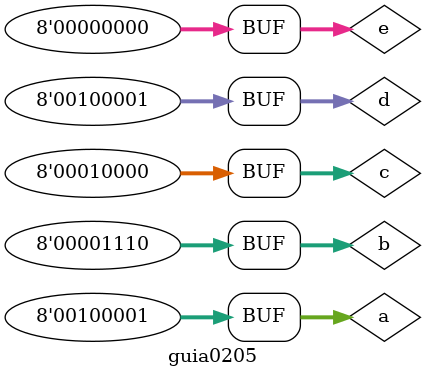
<source format=v>


module guia0201;

reg [3:0] a;
reg [3:0] b; 
reg [3:0] c;
reg [3:0] d;
reg [3:0] e;

//--parte principal

initial begin

$display ("Felipe Barros - 376508 ");
#1 $display ("guia0201 - calcula decima para binario.");

//-- definir dados
a = 2 + 14;
b = 3 * 9;
c = 32 / 5;
d = 24 - 11;
e = 2 * 6 + 7 - 1;
 
 //--resultante
#1 $monitor ("a= %4b \nb= %4b \nc= %4b \nd= %3b \ne= %4b\n", a, b, c, d, e);

 
 
end
endmodule

//--------------------------------------------------------------

module guia0202;

reg [7:0] a;
reg [7:0] b;
reg [7:0] c;
reg [7:0] d;
reg [9:0] e;

initial begin
#3 $display ("guia0202 - calcula apenas em binario");

//--definir dados
a = 6'b101010 + 5'b11011;
b = 5'b11011 + 8'o25;
c = 10'o1234 / 8'h3C;
d = 10'h1BA - 9'b101110001;
e = 25 * 8'o32 + 8'h7A; 

//-- resultante  
#3 $monitor ("a= %3b \nb= %5b \nc= %4b \nd= %4b \ne= %3b\n", a, b, c, d, e);

end
endmodule
  
//---------------------------------------------------------

module guia0203;

//-- definir os dados
reg [6:0] a;
reg [4:0] b;
reg [4:0] c;
reg [7:0] d;
reg [4:0] e;

// -- parte principal
initial begin
#8 $display ("guia0203 - complemento de 2");

//-- calculo para complemento de 2
a = -6'b100110;
b = -5'o24;
c = -5'd25;
d = -8'h2D;
e = 27 - 37;

#8 $monitor ("a= %6b \nb= %5b \nc= %5b \nd= %8b \ne= %4b\n", a, b, c, d, e);

end
endmodule

//---------------------------------------------------------------

module guia0204;

//--definir dados
reg [7:0] a;
reg [6:0] b;
reg [5:0] c;
reg [4:0] d;
reg [7:0] e;

//-- parte principal
initial begin

#20 $display ("guia0204 - complemento de 2 com comprimento dos bits");

//--calculo binarios para complemnto de 2
a= -8'b101011;
b= -7'o32;
c= -6'd27;
d= -5'hC;
e= -8'o21;

#20 $monitor ("a= %8b \nb= %8b \nc= %8b \nd= %8b \ne= %8b\n", a, b, c, d, e);

end
endmodule
//---------------------------------------------

module guia0205;

//-- definir dados
reg [7:0] a;
reg [7:0] b;
reg [7:0] c;
reg [7:0] d;
reg [7:0] e;

//--parte principal

initial begin
#45 $display ("guia0205 - calculo binario com subtração");

//-- calculo
a = 6'b101010 - 4'b1001;
b = 5'b11011 - 4'o15;
c = 5'o34 - 4'hC;
d = 8'hDA - 8'b10111001;
e = 5'd27 - 8'h1B;

//--resultante
#45 $monitor ("a= %8b \nb= %8b \nc= %8b \nd= %8b \ne= %8b\n", a, b, c, d, e);

end
endmodule

// OBS.: SE POSSIVEL, SEPARAR EM ARQUIVOS DIFERENTES.

</source>
